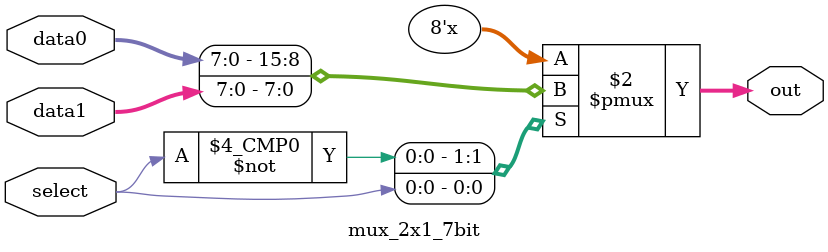
<source format=v>
`timescale 1ns/1ns

module mux_2x1_7bit(
    input  [7:0] data0,
    input  [7:0] data1,
    input select,
    output reg [7:0] out
    );

    always @ (data0, data1, select) begin
        case (select)
            1'b0: out = data0;
            1'b1: out = data1;
            default: out = 8'b0; // Optional default case if needed
        endcase
    end

endmodule

</source>
